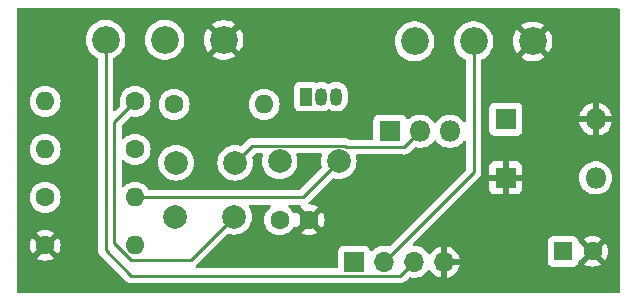
<source format=gbr>
%TF.GenerationSoftware,KiCad,Pcbnew,7.0.11+dfsg-1build4*%
%TF.CreationDate,2026-02-01T22:03:41-05:00*%
%TF.ProjectId,harmonicpercolator,6861726d-6f6e-4696-9370-6572636f6c61,rev?*%
%TF.SameCoordinates,Original*%
%TF.FileFunction,Copper,L2,Bot*%
%TF.FilePolarity,Positive*%
%FSLAX46Y46*%
G04 Gerber Fmt 4.6, Leading zero omitted, Abs format (unit mm)*
G04 Created by KiCad (PCBNEW 7.0.11+dfsg-1build4) date 2026-02-01 22:03:41*
%MOMM*%
%LPD*%
G01*
G04 APERTURE LIST*
%TA.AperFunction,ComponentPad*%
%ADD10R,1.800000X1.800000*%
%TD*%
%TA.AperFunction,ComponentPad*%
%ADD11O,1.800000X1.800000*%
%TD*%
%TA.AperFunction,ComponentPad*%
%ADD12C,1.600000*%
%TD*%
%TA.AperFunction,ComponentPad*%
%ADD13O,1.600000X1.600000*%
%TD*%
%TA.AperFunction,ComponentPad*%
%ADD14C,2.340000*%
%TD*%
%TA.AperFunction,ComponentPad*%
%ADD15C,2.000000*%
%TD*%
%TA.AperFunction,ComponentPad*%
%ADD16R,1.700000X1.700000*%
%TD*%
%TA.AperFunction,ComponentPad*%
%ADD17O,1.700000X1.700000*%
%TD*%
%TA.AperFunction,ComponentPad*%
%ADD18R,1.050000X1.500000*%
%TD*%
%TA.AperFunction,ComponentPad*%
%ADD19O,1.050000X1.500000*%
%TD*%
%TA.AperFunction,ComponentPad*%
%ADD20R,1.600000X1.600000*%
%TD*%
%TA.AperFunction,ViaPad*%
%ADD21C,0.800000*%
%TD*%
%TA.AperFunction,Conductor*%
%ADD22C,0.250000*%
%TD*%
G04 APERTURE END LIST*
D10*
%TO.P,Q1,1,E*%
%TO.N,Net-(Q1-E)*%
X131953000Y-110871000D03*
D11*
%TO.P,Q1,2,B*%
%TO.N,Net-(Q1-B)*%
X134493000Y-110871000D03*
%TO.P,Q1,3,C*%
%TO.N,Net-(Q1-C)*%
X137033000Y-110871000D03*
%TD*%
D12*
%TO.P,R4,1*%
%TO.N,GND*%
X102743000Y-120523000D03*
D13*
%TO.P,R4,2*%
%TO.N,Net-(Q1-C)*%
X110363000Y-120523000D03*
%TD*%
D14*
%TO.P,RV2,1,1*%
%TO.N,GND*%
X144018000Y-103251000D03*
%TO.P,RV2,2,2*%
%TO.N,OUT*%
X139018000Y-103251000D03*
%TO.P,RV2,3,3*%
%TO.N,Net-(D1-K)*%
X134018000Y-103251000D03*
%TD*%
D15*
%TO.P,C5,1*%
%TO.N,Net-(D1-K)*%
X122595000Y-113411000D03*
%TO.P,C5,2*%
%TO.N,Net-(Q2-C)*%
X127595000Y-113411000D03*
%TD*%
D12*
%TO.P,C1,1*%
%TO.N,Net-(C1-Pad1)*%
X122595000Y-118364000D03*
%TO.P,C1,2*%
%TO.N,GND*%
X125095000Y-118364000D03*
%TD*%
D16*
%TO.P,J1,1,Pin_1*%
%TO.N,9V*%
X128905000Y-121920000D03*
D17*
%TO.P,J1,2,Pin_2*%
%TO.N,OUT*%
X131445000Y-121920000D03*
%TO.P,J1,3,Pin_3*%
%TO.N,IN*%
X133985000Y-121920000D03*
%TO.P,J1,4,Pin_4*%
%TO.N,GND*%
X136525000Y-121920000D03*
%TD*%
D18*
%TO.P,Q2,1,E*%
%TO.N,Net-(Q1-E)*%
X124841000Y-107929000D03*
D19*
%TO.P,Q2,2,B*%
%TO.N,Net-(Q2-B)*%
X126111000Y-107929000D03*
%TO.P,Q2,3,C*%
%TO.N,Net-(Q2-C)*%
X127381000Y-107929000D03*
%TD*%
D20*
%TO.P,C4,1*%
%TO.N,Net-(Q1-E)*%
X146598000Y-121031000D03*
D12*
%TO.P,C4,2*%
%TO.N,GND*%
X149098000Y-121031000D03*
%TD*%
D15*
%TO.P,C3,1*%
%TO.N,Net-(Q1-C)*%
X113745000Y-118110000D03*
%TO.P,C3,2*%
%TO.N,Net-(Q2-B)*%
X118745000Y-118110000D03*
%TD*%
%TO.P,C2,1*%
%TO.N,Net-(C1-Pad1)*%
X113832000Y-113538000D03*
%TO.P,C2,2*%
%TO.N,Net-(Q1-B)*%
X118832000Y-113538000D03*
%TD*%
D12*
%TO.P,R2,1*%
%TO.N,Net-(Q1-B)*%
X110363000Y-112395000D03*
D13*
%TO.P,R2,2*%
%TO.N,Net-(Q1-C)*%
X102743000Y-112395000D03*
%TD*%
D12*
%TO.P,R3,1*%
%TO.N,9V*%
X102743000Y-116459000D03*
D13*
%TO.P,R3,2*%
%TO.N,Net-(Q2-C)*%
X110363000Y-116459000D03*
%TD*%
D12*
%TO.P,R1,1*%
%TO.N,Net-(Q2-B)*%
X110363000Y-108331000D03*
D13*
%TO.P,R1,2*%
%TO.N,Net-(Q2-C)*%
X102743000Y-108331000D03*
%TD*%
D10*
%TO.P,D2,1,K*%
%TO.N,GND*%
X141732000Y-114808000D03*
D11*
%TO.P,D2,2,A*%
%TO.N,Net-(D2-A)*%
X149352000Y-114808000D03*
%TD*%
D12*
%TO.P,R5,1*%
%TO.N,Net-(D2-A)*%
X113665000Y-108585000D03*
D13*
%TO.P,R5,2*%
%TO.N,Net-(D1-K)*%
X121285000Y-108585000D03*
%TD*%
D14*
%TO.P,RV1,1,1*%
%TO.N,GND*%
X117856000Y-103124000D03*
%TO.P,RV1,2,2*%
%TO.N,Net-(C1-Pad1)*%
X112856000Y-103124000D03*
%TO.P,RV1,3,3*%
%TO.N,IN*%
X107856000Y-103124000D03*
%TD*%
D10*
%TO.P,D1,1,K*%
%TO.N,Net-(D1-K)*%
X141732000Y-109855000D03*
D11*
%TO.P,D1,2,A*%
%TO.N,GND*%
X149352000Y-109855000D03*
%TD*%
D21*
%TO.N,GND*%
X129300000Y-110500000D03*
%TD*%
D22*
%TO.N,Net-(Q1-B)*%
X118832000Y-113538000D02*
X120284000Y-112086000D01*
X120284000Y-112086000D02*
X128143833Y-112086000D01*
X128143833Y-112086000D02*
X128257833Y-112200000D01*
X128257833Y-112200000D02*
X133164000Y-112200000D01*
X133164000Y-112200000D02*
X134493000Y-110871000D01*
%TO.N,Net-(Q2-B)*%
X108585000Y-110109000D02*
X108585000Y-120335991D01*
X110042009Y-121793000D02*
X115062000Y-121793000D01*
X108585000Y-120335991D02*
X110042009Y-121793000D01*
X110363000Y-108331000D02*
X108585000Y-110109000D01*
X115062000Y-121793000D02*
X118745000Y-118110000D01*
%TO.N,Net-(Q2-C)*%
X124547000Y-116459000D02*
X127595000Y-113411000D01*
X110363000Y-116459000D02*
X124547000Y-116459000D01*
%TO.N,OUT*%
X131445000Y-121920000D02*
X139018000Y-114347000D01*
X139018000Y-114347000D02*
X139018000Y-103251000D01*
%TO.N,IN*%
X110014000Y-123095000D02*
X107856000Y-120937000D01*
X133985000Y-121920000D02*
X132810000Y-123095000D01*
X107856000Y-120937000D02*
X107856000Y-103124000D01*
X132810000Y-123095000D02*
X110014000Y-123095000D01*
%TD*%
%TA.AperFunction,Conductor*%
%TO.N,GND*%
G36*
X135844904Y-111635931D02*
G01*
X135866809Y-111661210D01*
X135917686Y-111739084D01*
X135936978Y-111760040D01*
X136075780Y-111910818D01*
X136259983Y-112054190D01*
X136259985Y-112054191D01*
X136259988Y-112054193D01*
X136278901Y-112064428D01*
X136465273Y-112165287D01*
X136536557Y-112189759D01*
X136686045Y-112241079D01*
X136686047Y-112241079D01*
X136686049Y-112241080D01*
X136916288Y-112279500D01*
X136916289Y-112279500D01*
X137149711Y-112279500D01*
X137149712Y-112279500D01*
X137379951Y-112241080D01*
X137600727Y-112165287D01*
X137806017Y-112054190D01*
X137990220Y-111910818D01*
X138148314Y-111739083D01*
X138156690Y-111726261D01*
X138209836Y-111680905D01*
X138279067Y-111671480D01*
X138342403Y-111700981D01*
X138379736Y-111760040D01*
X138384500Y-111794082D01*
X138384500Y-114033232D01*
X138364815Y-114100271D01*
X138348181Y-114120913D01*
X131901990Y-120567103D01*
X131840667Y-120600588D01*
X131783872Y-120599628D01*
X131779642Y-120598557D01*
X131557569Y-120561500D01*
X131332431Y-120561500D01*
X131110362Y-120598556D01*
X130897430Y-120671656D01*
X130897419Y-120671661D01*
X130699427Y-120778808D01*
X130699422Y-120778812D01*
X130521761Y-120917092D01*
X130492469Y-120948912D01*
X130462969Y-120980958D01*
X130458548Y-120985760D01*
X130398661Y-121021750D01*
X130328823Y-121019649D01*
X130271207Y-120980124D01*
X130251138Y-120945110D01*
X130205889Y-120823796D01*
X130191361Y-120804389D01*
X130118261Y-120706739D01*
X130001204Y-120619111D01*
X129864203Y-120568011D01*
X129803654Y-120561500D01*
X129803638Y-120561500D01*
X128006362Y-120561500D01*
X128006345Y-120561500D01*
X127945797Y-120568011D01*
X127945795Y-120568011D01*
X127808795Y-120619111D01*
X127691739Y-120706739D01*
X127604111Y-120823795D01*
X127553011Y-120960795D01*
X127553011Y-120960797D01*
X127546500Y-121021345D01*
X127546500Y-122337500D01*
X127526815Y-122404539D01*
X127474011Y-122450294D01*
X127422500Y-122461500D01*
X115594661Y-122461500D01*
X115527622Y-122441815D01*
X115481867Y-122389011D01*
X115471923Y-122319853D01*
X115499115Y-122258462D01*
X115505455Y-122250798D01*
X115527360Y-122224318D01*
X115535203Y-122215699D01*
X118167333Y-119583569D01*
X118228654Y-119550086D01*
X118283957Y-119550677D01*
X118508289Y-119604535D01*
X118745000Y-119623165D01*
X118981711Y-119604535D01*
X119212594Y-119549105D01*
X119212596Y-119549104D01*
X119212597Y-119549104D01*
X119431959Y-119458242D01*
X119431960Y-119458241D01*
X119431963Y-119458240D01*
X119634416Y-119334176D01*
X119814969Y-119179969D01*
X119969176Y-118999416D01*
X120093240Y-118796963D01*
X120113039Y-118749165D01*
X120184104Y-118577597D01*
X120184104Y-118577596D01*
X120184105Y-118577594D01*
X120239535Y-118346711D01*
X120258165Y-118110000D01*
X120239535Y-117873289D01*
X120184105Y-117642406D01*
X120184104Y-117642403D01*
X120184104Y-117642402D01*
X120093242Y-117423040D01*
X120093240Y-117423037D01*
X120006377Y-117281290D01*
X119988132Y-117213845D01*
X120009248Y-117147242D01*
X120063020Y-117102628D01*
X120112104Y-117092500D01*
X121736313Y-117092500D01*
X121803352Y-117112185D01*
X121849107Y-117164989D01*
X121859051Y-117234147D01*
X121830026Y-117297703D01*
X121807437Y-117318074D01*
X121750699Y-117357802D01*
X121588806Y-117519695D01*
X121457476Y-117707252D01*
X121457475Y-117707254D01*
X121360718Y-117914750D01*
X121360714Y-117914761D01*
X121301457Y-118135910D01*
X121301456Y-118135918D01*
X121281502Y-118363998D01*
X121281502Y-118364001D01*
X121301456Y-118592081D01*
X121301457Y-118592089D01*
X121360714Y-118813238D01*
X121360718Y-118813249D01*
X121447528Y-118999413D01*
X121457477Y-119020749D01*
X121588802Y-119208300D01*
X121750700Y-119370198D01*
X121938251Y-119501523D01*
X122043665Y-119550678D01*
X122145750Y-119598281D01*
X122145752Y-119598281D01*
X122145757Y-119598284D01*
X122366913Y-119657543D01*
X122529832Y-119671796D01*
X122594998Y-119677498D01*
X122595000Y-119677498D01*
X122595002Y-119677498D01*
X122652021Y-119672509D01*
X122823087Y-119657543D01*
X123044243Y-119598284D01*
X123251749Y-119501523D01*
X123439300Y-119370198D01*
X123601198Y-119208300D01*
X123732523Y-119020749D01*
X123737305Y-119010493D01*
X123783472Y-118958054D01*
X123850665Y-118938898D01*
X123917547Y-118959110D01*
X123962067Y-119010483D01*
X123964862Y-119016477D01*
X123964863Y-119016478D01*
X124015974Y-119089472D01*
X124697046Y-118408400D01*
X124709835Y-118489148D01*
X124767359Y-118602045D01*
X124856955Y-118691641D01*
X124969852Y-118749165D01*
X125050599Y-118761953D01*
X124369526Y-119443025D01*
X124442513Y-119494132D01*
X124442521Y-119494136D01*
X124648668Y-119590264D01*
X124648682Y-119590269D01*
X124868389Y-119649139D01*
X124868400Y-119649141D01*
X125094998Y-119668966D01*
X125095002Y-119668966D01*
X125321599Y-119649141D01*
X125321610Y-119649139D01*
X125541317Y-119590269D01*
X125541331Y-119590264D01*
X125747478Y-119494136D01*
X125820471Y-119443024D01*
X125139400Y-118761953D01*
X125220148Y-118749165D01*
X125333045Y-118691641D01*
X125422641Y-118602045D01*
X125480165Y-118489148D01*
X125492953Y-118408400D01*
X126174024Y-119089471D01*
X126225136Y-119016478D01*
X126321264Y-118810331D01*
X126321269Y-118810317D01*
X126380139Y-118590610D01*
X126380141Y-118590599D01*
X126399966Y-118364002D01*
X126399966Y-118363997D01*
X126380141Y-118137400D01*
X126380139Y-118137389D01*
X126321269Y-117917682D01*
X126321264Y-117917668D01*
X126225136Y-117711521D01*
X126225132Y-117711513D01*
X126174025Y-117638526D01*
X125492953Y-118319598D01*
X125480165Y-118238852D01*
X125422641Y-118125955D01*
X125333045Y-118036359D01*
X125220148Y-117978835D01*
X125139401Y-117966046D01*
X125820472Y-117284974D01*
X125747478Y-117233863D01*
X125541331Y-117137735D01*
X125541317Y-117137730D01*
X125321610Y-117078860D01*
X125321599Y-117078858D01*
X125128059Y-117061926D01*
X125062990Y-117036474D01*
X125022011Y-116979883D01*
X125018133Y-116910121D01*
X125051183Y-116850719D01*
X127017334Y-114884569D01*
X127078655Y-114851086D01*
X127133957Y-114851677D01*
X127358289Y-114905535D01*
X127595000Y-114924165D01*
X127831711Y-114905535D01*
X128062594Y-114850105D01*
X128062596Y-114850104D01*
X128062597Y-114850104D01*
X128281959Y-114759242D01*
X128281960Y-114759241D01*
X128281963Y-114759240D01*
X128484416Y-114635176D01*
X128664969Y-114480969D01*
X128819176Y-114300416D01*
X128943240Y-114097963D01*
X128948778Y-114084595D01*
X129034104Y-113878597D01*
X129034104Y-113878596D01*
X129034105Y-113878594D01*
X129089535Y-113647711D01*
X129108165Y-113411000D01*
X129089535Y-113174289D01*
X129044438Y-112986446D01*
X129047929Y-112916665D01*
X129088593Y-112859847D01*
X129153519Y-112834034D01*
X129165012Y-112833500D01*
X133080366Y-112833500D01*
X133096113Y-112835238D01*
X133096139Y-112834968D01*
X133103905Y-112835701D01*
X133103909Y-112835702D01*
X133172017Y-112833560D01*
X133175913Y-112833500D01*
X133203858Y-112833500D01*
X133203860Y-112833499D01*
X133205262Y-112833322D01*
X133207949Y-112832983D01*
X133219608Y-112832064D01*
X133263889Y-112830673D01*
X133283481Y-112824980D01*
X133302538Y-112821032D01*
X133322797Y-112818474D01*
X133364006Y-112802157D01*
X133375043Y-112798379D01*
X133417593Y-112786018D01*
X133435165Y-112775625D01*
X133452632Y-112767068D01*
X133471617Y-112759552D01*
X133507461Y-112733508D01*
X133517230Y-112727092D01*
X133530068Y-112719500D01*
X133555362Y-112704542D01*
X133569802Y-112690100D01*
X133584592Y-112677470D01*
X133601107Y-112665472D01*
X133629359Y-112631319D01*
X133637203Y-112622699D01*
X133996606Y-112263296D01*
X134057927Y-112229813D01*
X134124545Y-112233697D01*
X134146049Y-112241080D01*
X134376288Y-112279500D01*
X134609711Y-112279500D01*
X134609712Y-112279500D01*
X134839951Y-112241080D01*
X135060727Y-112165287D01*
X135266017Y-112054190D01*
X135450220Y-111910818D01*
X135608314Y-111739083D01*
X135642810Y-111686282D01*
X135659191Y-111661210D01*
X135712337Y-111615853D01*
X135781569Y-111606429D01*
X135844904Y-111635931D01*
G37*
%TD.AperFunction*%
%TA.AperFunction,Conductor*%
G36*
X124318168Y-117112185D02*
G01*
X124363923Y-117164989D01*
X124372871Y-117227222D01*
X124374566Y-117227371D01*
X124369526Y-117284974D01*
X125050599Y-117966046D01*
X124969852Y-117978835D01*
X124856955Y-118036359D01*
X124767359Y-118125955D01*
X124709835Y-118238852D01*
X124697046Y-118319598D01*
X124015974Y-117638526D01*
X124015973Y-117638526D01*
X123964868Y-117711512D01*
X123964865Y-117711518D01*
X123962070Y-117717513D01*
X123915897Y-117769951D01*
X123848703Y-117789102D01*
X123781822Y-117768885D01*
X123737307Y-117717511D01*
X123732523Y-117707251D01*
X123601198Y-117519700D01*
X123439300Y-117357802D01*
X123382563Y-117318074D01*
X123338938Y-117263497D01*
X123331746Y-117193999D01*
X123363269Y-117131644D01*
X123423499Y-117096231D01*
X123453687Y-117092500D01*
X124251129Y-117092500D01*
X124318168Y-117112185D01*
G37*
%TD.AperFunction*%
%TA.AperFunction,Conductor*%
G36*
X151327039Y-100476685D02*
G01*
X151372794Y-100529489D01*
X151384000Y-100581000D01*
X151384000Y-124463000D01*
X151364315Y-124530039D01*
X151311511Y-124575794D01*
X151260000Y-124587000D01*
X100508362Y-124587000D01*
X100441323Y-124567315D01*
X100420681Y-124550681D01*
X100366319Y-124496319D01*
X100332834Y-124434996D01*
X100330000Y-124408638D01*
X100330000Y-120523002D01*
X101438034Y-120523002D01*
X101457858Y-120749599D01*
X101457860Y-120749610D01*
X101516730Y-120969317D01*
X101516735Y-120969331D01*
X101612863Y-121175478D01*
X101663974Y-121248472D01*
X102345046Y-120567400D01*
X102357835Y-120648148D01*
X102415359Y-120761045D01*
X102504955Y-120850641D01*
X102617852Y-120908165D01*
X102698599Y-120920953D01*
X102017526Y-121602025D01*
X102090513Y-121653132D01*
X102090521Y-121653136D01*
X102296668Y-121749264D01*
X102296682Y-121749269D01*
X102516389Y-121808139D01*
X102516400Y-121808141D01*
X102742998Y-121827966D01*
X102743002Y-121827966D01*
X102969599Y-121808141D01*
X102969610Y-121808139D01*
X103189317Y-121749269D01*
X103189331Y-121749264D01*
X103395478Y-121653136D01*
X103468471Y-121602024D01*
X102787400Y-120920953D01*
X102868148Y-120908165D01*
X102981045Y-120850641D01*
X103070641Y-120761045D01*
X103128165Y-120648148D01*
X103140953Y-120567400D01*
X103822024Y-121248471D01*
X103873136Y-121175478D01*
X103969264Y-120969331D01*
X103969269Y-120969317D01*
X104028139Y-120749610D01*
X104028141Y-120749599D01*
X104047966Y-120523002D01*
X104047966Y-120522997D01*
X104028141Y-120296400D01*
X104028139Y-120296389D01*
X103969269Y-120076682D01*
X103969264Y-120076668D01*
X103873136Y-119870521D01*
X103873132Y-119870513D01*
X103822025Y-119797526D01*
X103140953Y-120478598D01*
X103128165Y-120397852D01*
X103070641Y-120284955D01*
X102981045Y-120195359D01*
X102868148Y-120137835D01*
X102787401Y-120125046D01*
X103468472Y-119443974D01*
X103395478Y-119392863D01*
X103189331Y-119296735D01*
X103189317Y-119296730D01*
X102969610Y-119237860D01*
X102969599Y-119237858D01*
X102743002Y-119218034D01*
X102742998Y-119218034D01*
X102516400Y-119237858D01*
X102516389Y-119237860D01*
X102296682Y-119296730D01*
X102296673Y-119296734D01*
X102090516Y-119392866D01*
X102090512Y-119392868D01*
X102017526Y-119443973D01*
X102017526Y-119443974D01*
X102698599Y-120125046D01*
X102617852Y-120137835D01*
X102504955Y-120195359D01*
X102415359Y-120284955D01*
X102357835Y-120397852D01*
X102345046Y-120478598D01*
X101663974Y-119797526D01*
X101663973Y-119797526D01*
X101612868Y-119870512D01*
X101612866Y-119870516D01*
X101516734Y-120076673D01*
X101516730Y-120076682D01*
X101457860Y-120296389D01*
X101457858Y-120296400D01*
X101438034Y-120522997D01*
X101438034Y-120523002D01*
X100330000Y-120523002D01*
X100330000Y-116459001D01*
X101429502Y-116459001D01*
X101449456Y-116687081D01*
X101449457Y-116687089D01*
X101508714Y-116908238D01*
X101508718Y-116908249D01*
X101603815Y-117112185D01*
X101605477Y-117115749D01*
X101736802Y-117303300D01*
X101898700Y-117465198D01*
X102086251Y-117596523D01*
X102184644Y-117642404D01*
X102293750Y-117693281D01*
X102293752Y-117693281D01*
X102293757Y-117693284D01*
X102514913Y-117752543D01*
X102677832Y-117766796D01*
X102742998Y-117772498D01*
X102743000Y-117772498D01*
X102743002Y-117772498D01*
X102800021Y-117767509D01*
X102971087Y-117752543D01*
X103192243Y-117693284D01*
X103399749Y-117596523D01*
X103587300Y-117465198D01*
X103749198Y-117303300D01*
X103880523Y-117115749D01*
X103977284Y-116908243D01*
X104036543Y-116687087D01*
X104056498Y-116459000D01*
X104036543Y-116230913D01*
X103977284Y-116009757D01*
X103880523Y-115802251D01*
X103749198Y-115614700D01*
X103587300Y-115452802D01*
X103399749Y-115321477D01*
X103399745Y-115321475D01*
X103192249Y-115224718D01*
X103192238Y-115224714D01*
X102971089Y-115165457D01*
X102971081Y-115165456D01*
X102743002Y-115145502D01*
X102742998Y-115145502D01*
X102514918Y-115165456D01*
X102514910Y-115165457D01*
X102293761Y-115224714D01*
X102293750Y-115224718D01*
X102086254Y-115321475D01*
X102086252Y-115321476D01*
X102086251Y-115321477D01*
X101898700Y-115452802D01*
X101898698Y-115452803D01*
X101898695Y-115452806D01*
X101736806Y-115614695D01*
X101736803Y-115614698D01*
X101736802Y-115614700D01*
X101654767Y-115731856D01*
X101605476Y-115802252D01*
X101605475Y-115802254D01*
X101508718Y-116009750D01*
X101508714Y-116009761D01*
X101449457Y-116230910D01*
X101449456Y-116230918D01*
X101429502Y-116458998D01*
X101429502Y-116459001D01*
X100330000Y-116459001D01*
X100330000Y-112395001D01*
X101429502Y-112395001D01*
X101449456Y-112623081D01*
X101449457Y-112623089D01*
X101508714Y-112844238D01*
X101508718Y-112844249D01*
X101554956Y-112943406D01*
X101605477Y-113051749D01*
X101736802Y-113239300D01*
X101898700Y-113401198D01*
X102086251Y-113532523D01*
X102211091Y-113590736D01*
X102293750Y-113629281D01*
X102293752Y-113629281D01*
X102293757Y-113629284D01*
X102514913Y-113688543D01*
X102677832Y-113702796D01*
X102742998Y-113708498D01*
X102743000Y-113708498D01*
X102743002Y-113708498D01*
X102800021Y-113703509D01*
X102971087Y-113688543D01*
X103192243Y-113629284D01*
X103399749Y-113532523D01*
X103587300Y-113401198D01*
X103749198Y-113239300D01*
X103880523Y-113051749D01*
X103977284Y-112844243D01*
X104036543Y-112623087D01*
X104056498Y-112395000D01*
X104036543Y-112166913D01*
X103977284Y-111945757D01*
X103880523Y-111738251D01*
X103749198Y-111550700D01*
X103587300Y-111388802D01*
X103399749Y-111257477D01*
X103399745Y-111257475D01*
X103192249Y-111160718D01*
X103192238Y-111160714D01*
X102971089Y-111101457D01*
X102971081Y-111101456D01*
X102743002Y-111081502D01*
X102742998Y-111081502D01*
X102514918Y-111101456D01*
X102514910Y-111101457D01*
X102293761Y-111160714D01*
X102293750Y-111160718D01*
X102086254Y-111257475D01*
X102086252Y-111257476D01*
X102077649Y-111263500D01*
X101898700Y-111388802D01*
X101898698Y-111388803D01*
X101898695Y-111388806D01*
X101736806Y-111550695D01*
X101736803Y-111550698D01*
X101736802Y-111550700D01*
X101663998Y-111654674D01*
X101605476Y-111738252D01*
X101605475Y-111738254D01*
X101508718Y-111945750D01*
X101508714Y-111945761D01*
X101449457Y-112166910D01*
X101449456Y-112166918D01*
X101429502Y-112394998D01*
X101429502Y-112395001D01*
X100330000Y-112395001D01*
X100330000Y-108331001D01*
X101429502Y-108331001D01*
X101449456Y-108559081D01*
X101449457Y-108559089D01*
X101508714Y-108780238D01*
X101508718Y-108780249D01*
X101576312Y-108925204D01*
X101605477Y-108987749D01*
X101736802Y-109175300D01*
X101898700Y-109337198D01*
X102086251Y-109468523D01*
X102155727Y-109500920D01*
X102293750Y-109565281D01*
X102293752Y-109565281D01*
X102293757Y-109565284D01*
X102514913Y-109624543D01*
X102677832Y-109638796D01*
X102742998Y-109644498D01*
X102743000Y-109644498D01*
X102743002Y-109644498D01*
X102802013Y-109639335D01*
X102971087Y-109624543D01*
X103192243Y-109565284D01*
X103399749Y-109468523D01*
X103587300Y-109337198D01*
X103749198Y-109175300D01*
X103880523Y-108987749D01*
X103977284Y-108780243D01*
X104036543Y-108559087D01*
X104056498Y-108331000D01*
X104036543Y-108102913D01*
X103977284Y-107881757D01*
X103880523Y-107674251D01*
X103749198Y-107486700D01*
X103587300Y-107324802D01*
X103399749Y-107193477D01*
X103399745Y-107193475D01*
X103192249Y-107096718D01*
X103192238Y-107096714D01*
X102971089Y-107037457D01*
X102971081Y-107037456D01*
X102743002Y-107017502D01*
X102742998Y-107017502D01*
X102514918Y-107037456D01*
X102514910Y-107037457D01*
X102293761Y-107096714D01*
X102293750Y-107096718D01*
X102086254Y-107193475D01*
X102086252Y-107193476D01*
X102086251Y-107193477D01*
X101898700Y-107324802D01*
X101898698Y-107324803D01*
X101898695Y-107324806D01*
X101736806Y-107486695D01*
X101736803Y-107486698D01*
X101736802Y-107486700D01*
X101654767Y-107603856D01*
X101605476Y-107674252D01*
X101605475Y-107674254D01*
X101508718Y-107881750D01*
X101508714Y-107881761D01*
X101449457Y-108102910D01*
X101449456Y-108102918D01*
X101429502Y-108330998D01*
X101429502Y-108331001D01*
X100330000Y-108331001D01*
X100330000Y-103124004D01*
X106172793Y-103124004D01*
X106191592Y-103374866D01*
X106247570Y-103620122D01*
X106247573Y-103620134D01*
X106339483Y-103854316D01*
X106465269Y-104072184D01*
X106622122Y-104268872D01*
X106806538Y-104439984D01*
X107014397Y-104581700D01*
X107014402Y-104581702D01*
X107014403Y-104581703D01*
X107014404Y-104581704D01*
X107152301Y-104648111D01*
X107204161Y-104694933D01*
X107222500Y-104759831D01*
X107222500Y-120853366D01*
X107220761Y-120869113D01*
X107221032Y-120869139D01*
X107220298Y-120876905D01*
X107220298Y-120876908D01*
X107220298Y-120876909D01*
X107220455Y-120881891D01*
X107222439Y-120945016D01*
X107222500Y-120948912D01*
X107222500Y-120976859D01*
X107223018Y-120980958D01*
X107223934Y-120992598D01*
X107225326Y-121036889D01*
X107225327Y-121036891D01*
X107231022Y-121056495D01*
X107234967Y-121075542D01*
X107237526Y-121095797D01*
X107237527Y-121095800D01*
X107237528Y-121095804D01*
X107253838Y-121137000D01*
X107257621Y-121148049D01*
X107269981Y-121190592D01*
X107280372Y-121208162D01*
X107288932Y-121225635D01*
X107296447Y-121244617D01*
X107322491Y-121280463D01*
X107328905Y-121290227D01*
X107351458Y-121328362D01*
X107351462Y-121328366D01*
X107365889Y-121342793D01*
X107378526Y-121357588D01*
X107390528Y-121374107D01*
X107403155Y-121384553D01*
X107424668Y-121402350D01*
X107433309Y-121410213D01*
X109506912Y-123483817D01*
X109516819Y-123496182D01*
X109517029Y-123496009D01*
X109522000Y-123502018D01*
X109547890Y-123526330D01*
X109571665Y-123548655D01*
X109574468Y-123551372D01*
X109594227Y-123571133D01*
X109594232Y-123571137D01*
X109597513Y-123573683D01*
X109606382Y-123581258D01*
X109638680Y-123611587D01*
X109656562Y-123621417D01*
X109672829Y-123632102D01*
X109688960Y-123644615D01*
X109709157Y-123653354D01*
X109729625Y-123662210D01*
X109740104Y-123667344D01*
X109778940Y-123688695D01*
X109798716Y-123693772D01*
X109817123Y-123700074D01*
X109835855Y-123708181D01*
X109879630Y-123715113D01*
X109891045Y-123717478D01*
X109933970Y-123728500D01*
X109954384Y-123728500D01*
X109973783Y-123730027D01*
X109993943Y-123733220D01*
X110038057Y-123729050D01*
X110049726Y-123728500D01*
X132726366Y-123728500D01*
X132742113Y-123730238D01*
X132742139Y-123729968D01*
X132749905Y-123730701D01*
X132749909Y-123730702D01*
X132818017Y-123728560D01*
X132821913Y-123728500D01*
X132849858Y-123728500D01*
X132849860Y-123728499D01*
X132851262Y-123728322D01*
X132853949Y-123727983D01*
X132865608Y-123727064D01*
X132909889Y-123725673D01*
X132929481Y-123719980D01*
X132948538Y-123716032D01*
X132968797Y-123713474D01*
X133010006Y-123697157D01*
X133021043Y-123693379D01*
X133063593Y-123681018D01*
X133081165Y-123670625D01*
X133098632Y-123662068D01*
X133117617Y-123654552D01*
X133153461Y-123628508D01*
X133163230Y-123622092D01*
X133201362Y-123599542D01*
X133215802Y-123585100D01*
X133230592Y-123572470D01*
X133247107Y-123560472D01*
X133275359Y-123526319D01*
X133283203Y-123517699D01*
X133528009Y-123272893D01*
X133589330Y-123239410D01*
X133646143Y-123240374D01*
X133650356Y-123241441D01*
X133650365Y-123241444D01*
X133872431Y-123278500D01*
X134097569Y-123278500D01*
X134319635Y-123241444D01*
X134532574Y-123168342D01*
X134730576Y-123061189D01*
X134908240Y-122922906D01*
X135029594Y-122791082D01*
X135060715Y-122757276D01*
X135060715Y-122757275D01*
X135060722Y-122757268D01*
X135154749Y-122613347D01*
X135207894Y-122567994D01*
X135277125Y-122558570D01*
X135340461Y-122588072D01*
X135360130Y-122610048D01*
X135486890Y-122791078D01*
X135653917Y-122958105D01*
X135847421Y-123093600D01*
X136061507Y-123193429D01*
X136061516Y-123193433D01*
X136275000Y-123250634D01*
X136275000Y-122355501D01*
X136382685Y-122404680D01*
X136489237Y-122420000D01*
X136560763Y-122420000D01*
X136667315Y-122404680D01*
X136775000Y-122355501D01*
X136775000Y-123250633D01*
X136988483Y-123193433D01*
X136988492Y-123193429D01*
X137202578Y-123093600D01*
X137396082Y-122958105D01*
X137563105Y-122791082D01*
X137698600Y-122597578D01*
X137798429Y-122383492D01*
X137798432Y-122383486D01*
X137855636Y-122170000D01*
X136958686Y-122170000D01*
X136984493Y-122129844D01*
X137025000Y-121991889D01*
X137025000Y-121879654D01*
X145289500Y-121879654D01*
X145296011Y-121940202D01*
X145296011Y-121940204D01*
X145347111Y-122077204D01*
X145434739Y-122194261D01*
X145551796Y-122281889D01*
X145688799Y-122332989D01*
X145716050Y-122335918D01*
X145749345Y-122339499D01*
X145749362Y-122339500D01*
X147446638Y-122339500D01*
X147446654Y-122339499D01*
X147473692Y-122336591D01*
X147507201Y-122332989D01*
X147644204Y-122281889D01*
X147761261Y-122194261D01*
X147848889Y-122077204D01*
X147899989Y-121940201D01*
X147903591Y-121906692D01*
X147906499Y-121879654D01*
X147906677Y-121876331D01*
X147906855Y-121876340D01*
X147906856Y-121876335D01*
X147906959Y-121876346D01*
X147908128Y-121876408D01*
X147926185Y-121814915D01*
X147978989Y-121769160D01*
X148011967Y-121763479D01*
X148700046Y-121075400D01*
X148712835Y-121156148D01*
X148770359Y-121269045D01*
X148859955Y-121358641D01*
X148972852Y-121416165D01*
X149053599Y-121428953D01*
X148372526Y-122110025D01*
X148445513Y-122161132D01*
X148445521Y-122161136D01*
X148651668Y-122257264D01*
X148651682Y-122257269D01*
X148871389Y-122316139D01*
X148871400Y-122316141D01*
X149097998Y-122335966D01*
X149098002Y-122335966D01*
X149324599Y-122316141D01*
X149324610Y-122316139D01*
X149544317Y-122257269D01*
X149544331Y-122257264D01*
X149750478Y-122161136D01*
X149823471Y-122110024D01*
X149142400Y-121428953D01*
X149223148Y-121416165D01*
X149336045Y-121358641D01*
X149425641Y-121269045D01*
X149483165Y-121156148D01*
X149495953Y-121075400D01*
X150177024Y-121756471D01*
X150228136Y-121683478D01*
X150324264Y-121477331D01*
X150324269Y-121477317D01*
X150383139Y-121257610D01*
X150383141Y-121257599D01*
X150402966Y-121031002D01*
X150402966Y-121030997D01*
X150383141Y-120804400D01*
X150383139Y-120804389D01*
X150324269Y-120584682D01*
X150324264Y-120584668D01*
X150228136Y-120378521D01*
X150228132Y-120378513D01*
X150177025Y-120305526D01*
X149495953Y-120986598D01*
X149483165Y-120905852D01*
X149425641Y-120792955D01*
X149336045Y-120703359D01*
X149223148Y-120645835D01*
X149142401Y-120633046D01*
X149823472Y-119951974D01*
X149750478Y-119900863D01*
X149544331Y-119804735D01*
X149544317Y-119804730D01*
X149324610Y-119745860D01*
X149324599Y-119745858D01*
X149098002Y-119726034D01*
X149097998Y-119726034D01*
X148871400Y-119745858D01*
X148871389Y-119745860D01*
X148651682Y-119804730D01*
X148651673Y-119804734D01*
X148445516Y-119900866D01*
X148445512Y-119900868D01*
X148372526Y-119951973D01*
X148372526Y-119951974D01*
X149053599Y-120633046D01*
X148972852Y-120645835D01*
X148859955Y-120703359D01*
X148770359Y-120792955D01*
X148712835Y-120905852D01*
X148700046Y-120986598D01*
X148010910Y-120297463D01*
X147972805Y-120289804D01*
X147922623Y-120241188D01*
X147907965Y-120185600D01*
X147906959Y-120185653D01*
X147906856Y-120185665D01*
X147906855Y-120185659D01*
X147906677Y-120185669D01*
X147906499Y-120182345D01*
X147901713Y-120137835D01*
X147899989Y-120121799D01*
X147882067Y-120073750D01*
X147877522Y-120061564D01*
X147848889Y-119984796D01*
X147761261Y-119867739D01*
X147644204Y-119780111D01*
X147507203Y-119729011D01*
X147446654Y-119722500D01*
X147446638Y-119722500D01*
X145749362Y-119722500D01*
X145749345Y-119722500D01*
X145688797Y-119729011D01*
X145688795Y-119729011D01*
X145551795Y-119780111D01*
X145434739Y-119867739D01*
X145347111Y-119984795D01*
X145296011Y-120121795D01*
X145296011Y-120121797D01*
X145289500Y-120182345D01*
X145289500Y-121879654D01*
X137025000Y-121879654D01*
X137025000Y-121848111D01*
X136984493Y-121710156D01*
X136958686Y-121670000D01*
X137855636Y-121670000D01*
X137855635Y-121669999D01*
X137798432Y-121456513D01*
X137798429Y-121456507D01*
X137698600Y-121242422D01*
X137698599Y-121242420D01*
X137563113Y-121048926D01*
X137563108Y-121048920D01*
X137396082Y-120881894D01*
X137202578Y-120746399D01*
X136988492Y-120646570D01*
X136988486Y-120646567D01*
X136775000Y-120589364D01*
X136775000Y-121484498D01*
X136667315Y-121435320D01*
X136560763Y-121420000D01*
X136489237Y-121420000D01*
X136382685Y-121435320D01*
X136275000Y-121484498D01*
X136275000Y-120589364D01*
X136274999Y-120589364D01*
X136061513Y-120646567D01*
X136061507Y-120646570D01*
X135847422Y-120746399D01*
X135847420Y-120746400D01*
X135653926Y-120881886D01*
X135653920Y-120881891D01*
X135486891Y-121048920D01*
X135486890Y-121048922D01*
X135360131Y-121229952D01*
X135305554Y-121273577D01*
X135236055Y-121280769D01*
X135173701Y-121249247D01*
X135154752Y-121226656D01*
X135060722Y-121082732D01*
X135060715Y-121082725D01*
X135060715Y-121082723D01*
X134908243Y-120917097D01*
X134908238Y-120917092D01*
X134730577Y-120778812D01*
X134730572Y-120778808D01*
X134532580Y-120671661D01*
X134532577Y-120671659D01*
X134532574Y-120671658D01*
X134532571Y-120671657D01*
X134532569Y-120671656D01*
X134319637Y-120598556D01*
X134097569Y-120561500D01*
X133998765Y-120561500D01*
X133931726Y-120541815D01*
X133885971Y-120489011D01*
X133876027Y-120419853D01*
X133905052Y-120356297D01*
X133911084Y-120349819D01*
X136622377Y-117638526D01*
X138505058Y-115755844D01*
X140332000Y-115755844D01*
X140338401Y-115815372D01*
X140338403Y-115815379D01*
X140388645Y-115950086D01*
X140388649Y-115950093D01*
X140474809Y-116065187D01*
X140474812Y-116065190D01*
X140589906Y-116151350D01*
X140589913Y-116151354D01*
X140724620Y-116201596D01*
X140724627Y-116201598D01*
X140784155Y-116207999D01*
X140784172Y-116208000D01*
X141482000Y-116208000D01*
X141482000Y-115182189D01*
X141534547Y-115218016D01*
X141664173Y-115258000D01*
X141765724Y-115258000D01*
X141866138Y-115242865D01*
X141982000Y-115187068D01*
X141982000Y-116208000D01*
X142679828Y-116208000D01*
X142679844Y-116207999D01*
X142739372Y-116201598D01*
X142739379Y-116201596D01*
X142874086Y-116151354D01*
X142874093Y-116151350D01*
X142989187Y-116065190D01*
X142989190Y-116065187D01*
X143075350Y-115950093D01*
X143075354Y-115950086D01*
X143125596Y-115815379D01*
X143125598Y-115815372D01*
X143131999Y-115755844D01*
X143132000Y-115755827D01*
X143132000Y-115058000D01*
X142107278Y-115058000D01*
X142155625Y-114974260D01*
X142185810Y-114842008D01*
X142183262Y-114808005D01*
X147938673Y-114808005D01*
X147957948Y-115040622D01*
X148015251Y-115266907D01*
X148109015Y-115480668D01*
X148236686Y-115676084D01*
X148394776Y-115847814D01*
X148394780Y-115847818D01*
X148578983Y-115991190D01*
X148578985Y-115991191D01*
X148578988Y-115991193D01*
X148613279Y-116009750D01*
X148784273Y-116102287D01*
X148898914Y-116141643D01*
X149005045Y-116178079D01*
X149005047Y-116178079D01*
X149005049Y-116178080D01*
X149235288Y-116216500D01*
X149235289Y-116216500D01*
X149468711Y-116216500D01*
X149468712Y-116216500D01*
X149698951Y-116178080D01*
X149919727Y-116102287D01*
X150125017Y-115991190D01*
X150309220Y-115847818D01*
X150467314Y-115676083D01*
X150594984Y-115480669D01*
X150688749Y-115266907D01*
X150746051Y-115040626D01*
X150762509Y-114842008D01*
X150765327Y-114808005D01*
X150765327Y-114807994D01*
X150751007Y-114635179D01*
X150746051Y-114575374D01*
X150688749Y-114349093D01*
X150594984Y-114135331D01*
X150510225Y-114005597D01*
X150467313Y-113939915D01*
X150309223Y-113768185D01*
X150309222Y-113768184D01*
X150309220Y-113768182D01*
X150125017Y-113624810D01*
X150125015Y-113624809D01*
X150125014Y-113624808D01*
X150125011Y-113624806D01*
X149919733Y-113513716D01*
X149919730Y-113513715D01*
X149919727Y-113513713D01*
X149919721Y-113513711D01*
X149919719Y-113513710D01*
X149698954Y-113437920D01*
X149519650Y-113408000D01*
X149468712Y-113399500D01*
X149235288Y-113399500D01*
X149189240Y-113407184D01*
X149005045Y-113437920D01*
X148784280Y-113513710D01*
X148784266Y-113513716D01*
X148578988Y-113624806D01*
X148578985Y-113624808D01*
X148394781Y-113768181D01*
X148394776Y-113768185D01*
X148236686Y-113939915D01*
X148109015Y-114135331D01*
X148015251Y-114349092D01*
X147957948Y-114575377D01*
X147938673Y-114807994D01*
X147938673Y-114808005D01*
X142183262Y-114808005D01*
X142175673Y-114706735D01*
X142126113Y-114580459D01*
X142108203Y-114558000D01*
X143132000Y-114558000D01*
X143132000Y-113860172D01*
X143131999Y-113860155D01*
X143125598Y-113800627D01*
X143125596Y-113800620D01*
X143075354Y-113665913D01*
X143075350Y-113665906D01*
X142989190Y-113550812D01*
X142989187Y-113550809D01*
X142874093Y-113464649D01*
X142874086Y-113464645D01*
X142739379Y-113414403D01*
X142739372Y-113414401D01*
X142679844Y-113408000D01*
X141982000Y-113408000D01*
X141982000Y-114433810D01*
X141929453Y-114397984D01*
X141799827Y-114358000D01*
X141698276Y-114358000D01*
X141597862Y-114373135D01*
X141482000Y-114428931D01*
X141482000Y-113408000D01*
X140784155Y-113408000D01*
X140724627Y-113414401D01*
X140724620Y-113414403D01*
X140589913Y-113464645D01*
X140589906Y-113464649D01*
X140474812Y-113550809D01*
X140474809Y-113550812D01*
X140388649Y-113665906D01*
X140388645Y-113665913D01*
X140338403Y-113800620D01*
X140338401Y-113800627D01*
X140332000Y-113860155D01*
X140332000Y-114558000D01*
X141356722Y-114558000D01*
X141308375Y-114641740D01*
X141278190Y-114773992D01*
X141288327Y-114909265D01*
X141337887Y-115035541D01*
X141355797Y-115058000D01*
X140332000Y-115058000D01*
X140332000Y-115755844D01*
X138505058Y-115755844D01*
X139406815Y-114854087D01*
X139419180Y-114844183D01*
X139419006Y-114843973D01*
X139425009Y-114839005D01*
X139425018Y-114839000D01*
X139471677Y-114789311D01*
X139474356Y-114786546D01*
X139494134Y-114766770D01*
X139496660Y-114763512D01*
X139504246Y-114754629D01*
X139534586Y-114722321D01*
X139544423Y-114704424D01*
X139555097Y-114688174D01*
X139567613Y-114672041D01*
X139585207Y-114631380D01*
X139590341Y-114620900D01*
X139611695Y-114582060D01*
X139616774Y-114562274D01*
X139623072Y-114543882D01*
X139631181Y-114525145D01*
X139638113Y-114481372D01*
X139640478Y-114469953D01*
X139651500Y-114427030D01*
X139651500Y-114406615D01*
X139653027Y-114387214D01*
X139655257Y-114373135D01*
X139656220Y-114367057D01*
X139652050Y-114322942D01*
X139651500Y-114311273D01*
X139651500Y-110803654D01*
X140323500Y-110803654D01*
X140330011Y-110864202D01*
X140330011Y-110864204D01*
X140381111Y-111001204D01*
X140468739Y-111118261D01*
X140585796Y-111205889D01*
X140722799Y-111256989D01*
X140750050Y-111259918D01*
X140783345Y-111263499D01*
X140783362Y-111263500D01*
X142680638Y-111263500D01*
X142680654Y-111263499D01*
X142707692Y-111260591D01*
X142741201Y-111256989D01*
X142878204Y-111205889D01*
X142995261Y-111118261D01*
X143082889Y-111001204D01*
X143133989Y-110864201D01*
X143137591Y-110830692D01*
X143140499Y-110803654D01*
X143140500Y-110803637D01*
X143140500Y-110105000D01*
X147971117Y-110105000D01*
X148023317Y-110311135D01*
X148116516Y-110523609D01*
X148243414Y-110717842D01*
X148400558Y-110888545D01*
X148400562Y-110888548D01*
X148583644Y-111031047D01*
X148583648Y-111031050D01*
X148787697Y-111141476D01*
X148787706Y-111141479D01*
X149007139Y-111216811D01*
X149101999Y-111232640D01*
X149102000Y-111232639D01*
X149102000Y-110229189D01*
X149154547Y-110265016D01*
X149284173Y-110305000D01*
X149385724Y-110305000D01*
X149486138Y-110289865D01*
X149602000Y-110234068D01*
X149602000Y-111232640D01*
X149696860Y-111216811D01*
X149916293Y-111141479D01*
X149916302Y-111141476D01*
X150120351Y-111031050D01*
X150120355Y-111031047D01*
X150303437Y-110888548D01*
X150303441Y-110888545D01*
X150460585Y-110717842D01*
X150587483Y-110523609D01*
X150680682Y-110311135D01*
X150732883Y-110105000D01*
X149727278Y-110105000D01*
X149775625Y-110021260D01*
X149805810Y-109889008D01*
X149795673Y-109753735D01*
X149746113Y-109627459D01*
X149728203Y-109605000D01*
X150732883Y-109605000D01*
X150680682Y-109398864D01*
X150587483Y-109186390D01*
X150460585Y-108992157D01*
X150303441Y-108821454D01*
X150303437Y-108821451D01*
X150120355Y-108678952D01*
X150120351Y-108678949D01*
X149916302Y-108568523D01*
X149916293Y-108568520D01*
X149696861Y-108493188D01*
X149602000Y-108477359D01*
X149602000Y-109480810D01*
X149549453Y-109444984D01*
X149419827Y-109405000D01*
X149318276Y-109405000D01*
X149217862Y-109420135D01*
X149102000Y-109475931D01*
X149102000Y-108477359D01*
X149101999Y-108477359D01*
X149007138Y-108493188D01*
X148787706Y-108568520D01*
X148787697Y-108568523D01*
X148583648Y-108678949D01*
X148583644Y-108678952D01*
X148400562Y-108821451D01*
X148400558Y-108821454D01*
X148243414Y-108992157D01*
X148116516Y-109186390D01*
X148023317Y-109398864D01*
X147971117Y-109605000D01*
X148976722Y-109605000D01*
X148928375Y-109688740D01*
X148898190Y-109820992D01*
X148908327Y-109956265D01*
X148957887Y-110082541D01*
X148975797Y-110105000D01*
X147971117Y-110105000D01*
X143140500Y-110105000D01*
X143140500Y-108906362D01*
X143140499Y-108906345D01*
X143137157Y-108875270D01*
X143133989Y-108845799D01*
X143082889Y-108708796D01*
X142995261Y-108591739D01*
X142878204Y-108504111D01*
X142848919Y-108493188D01*
X142741203Y-108453011D01*
X142680654Y-108446500D01*
X142680638Y-108446500D01*
X140783362Y-108446500D01*
X140783345Y-108446500D01*
X140722797Y-108453011D01*
X140722795Y-108453011D01*
X140585795Y-108504111D01*
X140468739Y-108591739D01*
X140381111Y-108708795D01*
X140330011Y-108845795D01*
X140330011Y-108845797D01*
X140323500Y-108906345D01*
X140323500Y-110803654D01*
X139651500Y-110803654D01*
X139651500Y-104886831D01*
X139671185Y-104819792D01*
X139721699Y-104775111D01*
X139742683Y-104765006D01*
X139859604Y-104708700D01*
X140067462Y-104566984D01*
X140251878Y-104395872D01*
X140408731Y-104199184D01*
X140534517Y-103981316D01*
X140626427Y-103747134D01*
X140682407Y-103501869D01*
X140692007Y-103373766D01*
X140701207Y-103251004D01*
X142343317Y-103251004D01*
X142362021Y-103500597D01*
X142362021Y-103500599D01*
X142417714Y-103744607D01*
X142417720Y-103744626D01*
X142509163Y-103977618D01*
X142634311Y-104194381D01*
X142634318Y-104194392D01*
X142672799Y-104242645D01*
X142672800Y-104242645D01*
X143415452Y-103499993D01*
X143425188Y-103529956D01*
X143513186Y-103668619D01*
X143632903Y-103781040D01*
X143767510Y-103855041D01*
X143026403Y-104596148D01*
X143180658Y-104701317D01*
X143180666Y-104701322D01*
X143406167Y-104809916D01*
X143406165Y-104809916D01*
X143645346Y-104883694D01*
X143645352Y-104883696D01*
X143892843Y-104920999D01*
X143892852Y-104921000D01*
X144143148Y-104921000D01*
X144143156Y-104920999D01*
X144390647Y-104883696D01*
X144390653Y-104883694D01*
X144629833Y-104809916D01*
X144855334Y-104701322D01*
X144855344Y-104701315D01*
X145009595Y-104596148D01*
X144265534Y-103852086D01*
X144333629Y-103825126D01*
X144466492Y-103728595D01*
X144571175Y-103602055D01*
X144619631Y-103499079D01*
X145363197Y-104242645D01*
X145363198Y-104242644D01*
X145401690Y-104194379D01*
X145526836Y-103977618D01*
X145618279Y-103744626D01*
X145618285Y-103744607D01*
X145673978Y-103500599D01*
X145673978Y-103500597D01*
X145692683Y-103251004D01*
X145692683Y-103250995D01*
X145673978Y-103001402D01*
X145673978Y-103001400D01*
X145618285Y-102757392D01*
X145618279Y-102757373D01*
X145526836Y-102524381D01*
X145401688Y-102307618D01*
X145401681Y-102307607D01*
X145363199Y-102259354D01*
X145363198Y-102259353D01*
X144620546Y-103002004D01*
X144610812Y-102972044D01*
X144522814Y-102833381D01*
X144403097Y-102720960D01*
X144268488Y-102646957D01*
X145009595Y-101905850D01*
X144855335Y-101800678D01*
X144855334Y-101800677D01*
X144629832Y-101692083D01*
X144629834Y-101692083D01*
X144390653Y-101618305D01*
X144390647Y-101618303D01*
X144143156Y-101581000D01*
X143892843Y-101581000D01*
X143645352Y-101618303D01*
X143645346Y-101618305D01*
X143406166Y-101692083D01*
X143180664Y-101800679D01*
X143180651Y-101800686D01*
X143026403Y-101905849D01*
X143770466Y-102649912D01*
X143702371Y-102676874D01*
X143569508Y-102773405D01*
X143464825Y-102899945D01*
X143416367Y-103002921D01*
X142672800Y-102259354D01*
X142634311Y-102307617D01*
X142509163Y-102524381D01*
X142417720Y-102757373D01*
X142417714Y-102757392D01*
X142362021Y-103001400D01*
X142362021Y-103001402D01*
X142343317Y-103250995D01*
X142343317Y-103251004D01*
X140701207Y-103251004D01*
X140701207Y-103250995D01*
X140682407Y-103000133D01*
X140675996Y-102972044D01*
X140626427Y-102754866D01*
X140534517Y-102520684D01*
X140408731Y-102302816D01*
X140251878Y-102106128D01*
X140067462Y-101935016D01*
X139870425Y-101800678D01*
X139859607Y-101793302D01*
X139859596Y-101793295D01*
X139632947Y-101684148D01*
X139632949Y-101684148D01*
X139392550Y-101609995D01*
X139392544Y-101609993D01*
X139143793Y-101572500D01*
X139143786Y-101572500D01*
X138892214Y-101572500D01*
X138892206Y-101572500D01*
X138643455Y-101609993D01*
X138643449Y-101609995D01*
X138403054Y-101684147D01*
X138176401Y-101793297D01*
X137968537Y-101935016D01*
X137784123Y-102106126D01*
X137784122Y-102106128D01*
X137627269Y-102302816D01*
X137501483Y-102520683D01*
X137409575Y-102754860D01*
X137409570Y-102754877D01*
X137353592Y-103000133D01*
X137334793Y-103250995D01*
X137334793Y-103251004D01*
X137353592Y-103501866D01*
X137409570Y-103747122D01*
X137409573Y-103747134D01*
X137501483Y-103981316D01*
X137627269Y-104199184D01*
X137784122Y-104395872D01*
X137968538Y-104566984D01*
X138176397Y-104708700D01*
X138176402Y-104708702D01*
X138176403Y-104708703D01*
X138176404Y-104708704D01*
X138314301Y-104775111D01*
X138366161Y-104821933D01*
X138384500Y-104886831D01*
X138384500Y-109947917D01*
X138364815Y-110014956D01*
X138312011Y-110060711D01*
X138242853Y-110070655D01*
X138179297Y-110041630D01*
X138156692Y-110015739D01*
X138148316Y-110002919D01*
X138148313Y-110002916D01*
X137990223Y-109831185D01*
X137990222Y-109831184D01*
X137990220Y-109831182D01*
X137806017Y-109687810D01*
X137806015Y-109687809D01*
X137806014Y-109687808D01*
X137806011Y-109687806D01*
X137600733Y-109576716D01*
X137600730Y-109576715D01*
X137600727Y-109576713D01*
X137600721Y-109576711D01*
X137600719Y-109576710D01*
X137379954Y-109500920D01*
X137185806Y-109468523D01*
X137149712Y-109462500D01*
X136916288Y-109462500D01*
X136880194Y-109468523D01*
X136686045Y-109500920D01*
X136465280Y-109576710D01*
X136465266Y-109576716D01*
X136259988Y-109687806D01*
X136259985Y-109687808D01*
X136075781Y-109831181D01*
X136075776Y-109831185D01*
X135917686Y-110002916D01*
X135917684Y-110002918D01*
X135866808Y-110080790D01*
X135813662Y-110126146D01*
X135744431Y-110135570D01*
X135681095Y-110106068D01*
X135659192Y-110080790D01*
X135608315Y-110002918D01*
X135608313Y-110002916D01*
X135450223Y-109831185D01*
X135450222Y-109831184D01*
X135450220Y-109831182D01*
X135266017Y-109687810D01*
X135266015Y-109687809D01*
X135266014Y-109687808D01*
X135266011Y-109687806D01*
X135060733Y-109576716D01*
X135060730Y-109576715D01*
X135060727Y-109576713D01*
X135060721Y-109576711D01*
X135060719Y-109576710D01*
X134839954Y-109500920D01*
X134645806Y-109468523D01*
X134609712Y-109462500D01*
X134376288Y-109462500D01*
X134340194Y-109468523D01*
X134146045Y-109500920D01*
X133925280Y-109576710D01*
X133925266Y-109576716D01*
X133719988Y-109687806D01*
X133719985Y-109687808D01*
X133535781Y-109831181D01*
X133532010Y-109834653D01*
X133531290Y-109833871D01*
X133475899Y-109867147D01*
X133406061Y-109865034D01*
X133348452Y-109825500D01*
X133328397Y-109790503D01*
X133314683Y-109753735D01*
X133303889Y-109724796D01*
X133216261Y-109607739D01*
X133099204Y-109520111D01*
X132962203Y-109469011D01*
X132901654Y-109462500D01*
X132901638Y-109462500D01*
X131004362Y-109462500D01*
X131004345Y-109462500D01*
X130943797Y-109469011D01*
X130943795Y-109469011D01*
X130806795Y-109520111D01*
X130689739Y-109607739D01*
X130602111Y-109724795D01*
X130551011Y-109861795D01*
X130551011Y-109861797D01*
X130544500Y-109922345D01*
X130544500Y-111442500D01*
X130524815Y-111509539D01*
X130472011Y-111555294D01*
X130420500Y-111566500D01*
X128550152Y-111566500D01*
X128483113Y-111546815D01*
X128474153Y-111540481D01*
X128468871Y-111536384D01*
X128428208Y-111518788D01*
X128417718Y-111513649D01*
X128378893Y-111492305D01*
X128378889Y-111492304D01*
X128359120Y-111487228D01*
X128340714Y-111480926D01*
X128321977Y-111472818D01*
X128321978Y-111472818D01*
X128278216Y-111465887D01*
X128266780Y-111463519D01*
X128252026Y-111459731D01*
X128223865Y-111452500D01*
X128223863Y-111452500D01*
X128203449Y-111452500D01*
X128184050Y-111450973D01*
X128163891Y-111447780D01*
X128163890Y-111447780D01*
X128119776Y-111451950D01*
X128108107Y-111452500D01*
X120367634Y-111452500D01*
X120351886Y-111450761D01*
X120351861Y-111451032D01*
X120344094Y-111450298D01*
X120344091Y-111450298D01*
X120275983Y-111452439D01*
X120272087Y-111452500D01*
X120244136Y-111452500D01*
X120240040Y-111453018D01*
X120228402Y-111453934D01*
X120184111Y-111455326D01*
X120184108Y-111455327D01*
X120164505Y-111461022D01*
X120145459Y-111464966D01*
X120125203Y-111467526D01*
X120125201Y-111467526D01*
X120125199Y-111467527D01*
X120083998Y-111483839D01*
X120072951Y-111487621D01*
X120030406Y-111499982D01*
X120012831Y-111510375D01*
X119995373Y-111518928D01*
X119976383Y-111526448D01*
X119940535Y-111552492D01*
X119930776Y-111558902D01*
X119892637Y-111581457D01*
X119878201Y-111595894D01*
X119863415Y-111608523D01*
X119846893Y-111620528D01*
X119846891Y-111620529D01*
X119846891Y-111620530D01*
X119846888Y-111620533D01*
X119818642Y-111654674D01*
X119810783Y-111663311D01*
X119409666Y-112064428D01*
X119348343Y-112097913D01*
X119293038Y-112097321D01*
X119068713Y-112043465D01*
X118832000Y-112024835D01*
X118595285Y-112043465D01*
X118364404Y-112098895D01*
X118364402Y-112098895D01*
X118145040Y-112189757D01*
X118145037Y-112189759D01*
X117942589Y-112313820D01*
X117942586Y-112313821D01*
X117762031Y-112468031D01*
X117607821Y-112648586D01*
X117607820Y-112648589D01*
X117483759Y-112851037D01*
X117483757Y-112851040D01*
X117392895Y-113070402D01*
X117392895Y-113070404D01*
X117337465Y-113301285D01*
X117318835Y-113538000D01*
X117337465Y-113774714D01*
X117392895Y-114005595D01*
X117392895Y-114005597D01*
X117483757Y-114224959D01*
X117483759Y-114224962D01*
X117607820Y-114427410D01*
X117607821Y-114427413D01*
X117607824Y-114427416D01*
X117762031Y-114607969D01*
X117864959Y-114695878D01*
X117942586Y-114762178D01*
X117942588Y-114762178D01*
X118017352Y-114807994D01*
X118145037Y-114886240D01*
X118145040Y-114886242D01*
X118364403Y-114977104D01*
X118364404Y-114977104D01*
X118364406Y-114977105D01*
X118595289Y-115032535D01*
X118832000Y-115051165D01*
X119068711Y-115032535D01*
X119299594Y-114977105D01*
X119299596Y-114977104D01*
X119299597Y-114977104D01*
X119518959Y-114886242D01*
X119518960Y-114886241D01*
X119518963Y-114886240D01*
X119721416Y-114762176D01*
X119901969Y-114607969D01*
X120056176Y-114427416D01*
X120180240Y-114224963D01*
X120232847Y-114097959D01*
X120271104Y-114005597D01*
X120271104Y-114005596D01*
X120271105Y-114005594D01*
X120326535Y-113774711D01*
X120345165Y-113538000D01*
X120326535Y-113301289D01*
X120272678Y-113076958D01*
X120276169Y-113007178D01*
X120305567Y-112960336D01*
X120510087Y-112755816D01*
X120571409Y-112722334D01*
X120597767Y-112719500D01*
X121063061Y-112719500D01*
X121130100Y-112739185D01*
X121175855Y-112791989D01*
X121185799Y-112861147D01*
X121177623Y-112890948D01*
X121159664Y-112934306D01*
X121155894Y-112943408D01*
X121100465Y-113174285D01*
X121081835Y-113411000D01*
X121100465Y-113647714D01*
X121155895Y-113878595D01*
X121155895Y-113878597D01*
X121246757Y-114097959D01*
X121246759Y-114097962D01*
X121370820Y-114300410D01*
X121370821Y-114300413D01*
X121385094Y-114317124D01*
X121525031Y-114480969D01*
X121641519Y-114580459D01*
X121705586Y-114635178D01*
X121705588Y-114635178D01*
X121765734Y-114672036D01*
X121908037Y-114759240D01*
X121908040Y-114759242D01*
X122127403Y-114850104D01*
X122127404Y-114850104D01*
X122127406Y-114850105D01*
X122358289Y-114905535D01*
X122595000Y-114924165D01*
X122831711Y-114905535D01*
X123062594Y-114850105D01*
X123062596Y-114850104D01*
X123062597Y-114850104D01*
X123281959Y-114759242D01*
X123281960Y-114759241D01*
X123281963Y-114759240D01*
X123484416Y-114635176D01*
X123664969Y-114480969D01*
X123819176Y-114300416D01*
X123943240Y-114097963D01*
X123948778Y-114084595D01*
X124034104Y-113878597D01*
X124034104Y-113878596D01*
X124034105Y-113878594D01*
X124089535Y-113647711D01*
X124108165Y-113411000D01*
X124089535Y-113174289D01*
X124034105Y-112943406D01*
X124012377Y-112890951D01*
X124004909Y-112821484D01*
X124036183Y-112759005D01*
X124096272Y-112723352D01*
X124126939Y-112719500D01*
X126063061Y-112719500D01*
X126130100Y-112739185D01*
X126175855Y-112791989D01*
X126185799Y-112861147D01*
X126177623Y-112890948D01*
X126159664Y-112934306D01*
X126155894Y-112943408D01*
X126100465Y-113174285D01*
X126081835Y-113411000D01*
X126100465Y-113647713D01*
X126154321Y-113872038D01*
X126150830Y-113941820D01*
X126121428Y-113988666D01*
X124320914Y-115789181D01*
X124259591Y-115822666D01*
X124233233Y-115825500D01*
X111581352Y-115825500D01*
X111514313Y-115805815D01*
X111479779Y-115772626D01*
X111369198Y-115614700D01*
X111207300Y-115452802D01*
X111019749Y-115321477D01*
X111019745Y-115321475D01*
X110812249Y-115224718D01*
X110812238Y-115224714D01*
X110591089Y-115165457D01*
X110591081Y-115165456D01*
X110363002Y-115145502D01*
X110362998Y-115145502D01*
X110134918Y-115165456D01*
X110134910Y-115165457D01*
X109913761Y-115224714D01*
X109913750Y-115224718D01*
X109706254Y-115321475D01*
X109706252Y-115321476D01*
X109706251Y-115321477D01*
X109518700Y-115452802D01*
X109518698Y-115452803D01*
X109518695Y-115452806D01*
X109430181Y-115541321D01*
X109368858Y-115574806D01*
X109299166Y-115569822D01*
X109243233Y-115527950D01*
X109218816Y-115462486D01*
X109218500Y-115453640D01*
X109218500Y-113400360D01*
X109238185Y-113333321D01*
X109290989Y-113287566D01*
X109360147Y-113277622D01*
X109423703Y-113306647D01*
X109430181Y-113312679D01*
X109518700Y-113401198D01*
X109706251Y-113532523D01*
X109831091Y-113590736D01*
X109913750Y-113629281D01*
X109913752Y-113629281D01*
X109913757Y-113629284D01*
X110134913Y-113688543D01*
X110297832Y-113702796D01*
X110362998Y-113708498D01*
X110363000Y-113708498D01*
X110363002Y-113708498D01*
X110420021Y-113703509D01*
X110591087Y-113688543D01*
X110812243Y-113629284D01*
X111008003Y-113538000D01*
X112318835Y-113538000D01*
X112337465Y-113774714D01*
X112392895Y-114005595D01*
X112392895Y-114005597D01*
X112483757Y-114224959D01*
X112483759Y-114224962D01*
X112607820Y-114427410D01*
X112607821Y-114427413D01*
X112607824Y-114427416D01*
X112762031Y-114607969D01*
X112864959Y-114695878D01*
X112942586Y-114762178D01*
X112942588Y-114762178D01*
X113017352Y-114807994D01*
X113145037Y-114886240D01*
X113145040Y-114886242D01*
X113364403Y-114977104D01*
X113364404Y-114977104D01*
X113364406Y-114977105D01*
X113595289Y-115032535D01*
X113832000Y-115051165D01*
X114068711Y-115032535D01*
X114299594Y-114977105D01*
X114299596Y-114977104D01*
X114299597Y-114977104D01*
X114518959Y-114886242D01*
X114518960Y-114886241D01*
X114518963Y-114886240D01*
X114721416Y-114762176D01*
X114901969Y-114607969D01*
X115056176Y-114427416D01*
X115180240Y-114224963D01*
X115232847Y-114097959D01*
X115271104Y-114005597D01*
X115271104Y-114005596D01*
X115271105Y-114005594D01*
X115326535Y-113774711D01*
X115345165Y-113538000D01*
X115326535Y-113301289D01*
X115271105Y-113070406D01*
X115271104Y-113070403D01*
X115271104Y-113070402D01*
X115180242Y-112851040D01*
X115180240Y-112851037D01*
X115099634Y-112719500D01*
X115056178Y-112648588D01*
X115056178Y-112648586D01*
X115021340Y-112607797D01*
X114901969Y-112468031D01*
X114782596Y-112366076D01*
X114721413Y-112313821D01*
X114721410Y-112313820D01*
X114518962Y-112189759D01*
X114518959Y-112189757D01*
X114299596Y-112098895D01*
X114068714Y-112043465D01*
X113832000Y-112024835D01*
X113595285Y-112043465D01*
X113364404Y-112098895D01*
X113364402Y-112098895D01*
X113145040Y-112189757D01*
X113145037Y-112189759D01*
X112942589Y-112313820D01*
X112942586Y-112313821D01*
X112762031Y-112468031D01*
X112607821Y-112648586D01*
X112607820Y-112648589D01*
X112483759Y-112851037D01*
X112483757Y-112851040D01*
X112392895Y-113070402D01*
X112392895Y-113070404D01*
X112337465Y-113301285D01*
X112318835Y-113538000D01*
X111008003Y-113538000D01*
X111019749Y-113532523D01*
X111207300Y-113401198D01*
X111369198Y-113239300D01*
X111500523Y-113051749D01*
X111597284Y-112844243D01*
X111656543Y-112623087D01*
X111676498Y-112395000D01*
X111656543Y-112166913D01*
X111597284Y-111945757D01*
X111500523Y-111738251D01*
X111369198Y-111550700D01*
X111207300Y-111388802D01*
X111019749Y-111257477D01*
X111019745Y-111257475D01*
X110812249Y-111160718D01*
X110812238Y-111160714D01*
X110591089Y-111101457D01*
X110591081Y-111101456D01*
X110363002Y-111081502D01*
X110362998Y-111081502D01*
X110134918Y-111101456D01*
X110134910Y-111101457D01*
X109913761Y-111160714D01*
X109913750Y-111160718D01*
X109706254Y-111257475D01*
X109706252Y-111257476D01*
X109697649Y-111263500D01*
X109518700Y-111388802D01*
X109518698Y-111388803D01*
X109518695Y-111388806D01*
X109430181Y-111477321D01*
X109368858Y-111510806D01*
X109299166Y-111505822D01*
X109243233Y-111463950D01*
X109218816Y-111398486D01*
X109218500Y-111389640D01*
X109218500Y-110422765D01*
X109238185Y-110355726D01*
X109254815Y-110335088D01*
X109950569Y-109639333D01*
X110011890Y-109605850D01*
X110070341Y-109607241D01*
X110072200Y-109607739D01*
X110134913Y-109624543D01*
X110297832Y-109638796D01*
X110362998Y-109644498D01*
X110363000Y-109644498D01*
X110363002Y-109644498D01*
X110422013Y-109639335D01*
X110591087Y-109624543D01*
X110812243Y-109565284D01*
X111019749Y-109468523D01*
X111207300Y-109337198D01*
X111369198Y-109175300D01*
X111500523Y-108987749D01*
X111597284Y-108780243D01*
X111649599Y-108585001D01*
X112351502Y-108585001D01*
X112371456Y-108813081D01*
X112371457Y-108813089D01*
X112430714Y-109034238D01*
X112430718Y-109034249D01*
X112496493Y-109175304D01*
X112527477Y-109241749D01*
X112658802Y-109429300D01*
X112820700Y-109591198D01*
X113008251Y-109722523D01*
X113075186Y-109753735D01*
X113215750Y-109819281D01*
X113215752Y-109819281D01*
X113215757Y-109819284D01*
X113436913Y-109878543D01*
X113599832Y-109892796D01*
X113664998Y-109898498D01*
X113665000Y-109898498D01*
X113665002Y-109898498D01*
X113722021Y-109893509D01*
X113893087Y-109878543D01*
X114114243Y-109819284D01*
X114321749Y-109722523D01*
X114509300Y-109591198D01*
X114671198Y-109429300D01*
X114802523Y-109241749D01*
X114899284Y-109034243D01*
X114958543Y-108813087D01*
X114978498Y-108585001D01*
X119971502Y-108585001D01*
X119991456Y-108813081D01*
X119991457Y-108813089D01*
X120050714Y-109034238D01*
X120050718Y-109034249D01*
X120116493Y-109175304D01*
X120147477Y-109241749D01*
X120278802Y-109429300D01*
X120440700Y-109591198D01*
X120628251Y-109722523D01*
X120695186Y-109753735D01*
X120835750Y-109819281D01*
X120835752Y-109819281D01*
X120835757Y-109819284D01*
X121056913Y-109878543D01*
X121219832Y-109892796D01*
X121284998Y-109898498D01*
X121285000Y-109898498D01*
X121285002Y-109898498D01*
X121342021Y-109893509D01*
X121513087Y-109878543D01*
X121734243Y-109819284D01*
X121941749Y-109722523D01*
X122129300Y-109591198D01*
X122291198Y-109429300D01*
X122422523Y-109241749D01*
X122519284Y-109034243D01*
X122578543Y-108813087D01*
X122586017Y-108727654D01*
X123807500Y-108727654D01*
X123814011Y-108788202D01*
X123814011Y-108788204D01*
X123835493Y-108845797D01*
X123865111Y-108925204D01*
X123952739Y-109042261D01*
X124069796Y-109129889D01*
X124184163Y-109172546D01*
X124206793Y-109180987D01*
X124206799Y-109180989D01*
X124234050Y-109183918D01*
X124267345Y-109187499D01*
X124267362Y-109187500D01*
X125414638Y-109187500D01*
X125414654Y-109187499D01*
X125441692Y-109184591D01*
X125475201Y-109180989D01*
X125475205Y-109180987D01*
X125475207Y-109180987D01*
X125612199Y-109129891D01*
X125612199Y-109129890D01*
X125612204Y-109129889D01*
X125612207Y-109129886D01*
X125619989Y-109125638D01*
X125621519Y-109128440D01*
X125672255Y-109109503D01*
X125717121Y-109114523D01*
X125908399Y-109172546D01*
X125908398Y-109172546D01*
X125926563Y-109174335D01*
X126111000Y-109192501D01*
X126313601Y-109172546D01*
X126508417Y-109113450D01*
X126687549Y-109017701D01*
X126755949Y-109003460D01*
X126804448Y-109017700D01*
X126952645Y-109096913D01*
X126983575Y-109113446D01*
X126983583Y-109113450D01*
X127178399Y-109172546D01*
X127178398Y-109172546D01*
X127196563Y-109174335D01*
X127381000Y-109192501D01*
X127583601Y-109172546D01*
X127778417Y-109113450D01*
X127957960Y-109017482D01*
X128115331Y-108888331D01*
X128170218Y-108821451D01*
X128244483Y-108730959D01*
X128244485Y-108730954D01*
X128246249Y-108727654D01*
X128340450Y-108551417D01*
X128399546Y-108356601D01*
X128414500Y-108204775D01*
X128414500Y-107653225D01*
X128399546Y-107501399D01*
X128340450Y-107306583D01*
X128332365Y-107291457D01*
X128244483Y-107127041D01*
X128244480Y-107127037D01*
X128115331Y-106969668D01*
X127957961Y-106840519D01*
X127957954Y-106840514D01*
X127778424Y-106744553D01*
X127778421Y-106744552D01*
X127778420Y-106744551D01*
X127778417Y-106744550D01*
X127583601Y-106685454D01*
X127583599Y-106685453D01*
X127583601Y-106685453D01*
X127381000Y-106665499D01*
X127178400Y-106685453D01*
X127063374Y-106720345D01*
X126983583Y-106744550D01*
X126983580Y-106744551D01*
X126983578Y-106744552D01*
X126983575Y-106744553D01*
X126804453Y-106840296D01*
X126736050Y-106854538D01*
X126687547Y-106840296D01*
X126508424Y-106744553D01*
X126508421Y-106744552D01*
X126508420Y-106744551D01*
X126508417Y-106744550D01*
X126313601Y-106685454D01*
X126313599Y-106685453D01*
X126313601Y-106685453D01*
X126111000Y-106665499D01*
X125908400Y-106685453D01*
X125717126Y-106743475D01*
X125647259Y-106744098D01*
X125620745Y-106730975D01*
X125619988Y-106732362D01*
X125612209Y-106728115D01*
X125612204Y-106728111D01*
X125557758Y-106707803D01*
X125475203Y-106677011D01*
X125414654Y-106670500D01*
X125414638Y-106670500D01*
X124267362Y-106670500D01*
X124267345Y-106670500D01*
X124206797Y-106677011D01*
X124206795Y-106677011D01*
X124069795Y-106728111D01*
X123952739Y-106815739D01*
X123865111Y-106932795D01*
X123814011Y-107069795D01*
X123814011Y-107069797D01*
X123807500Y-107130345D01*
X123807500Y-108727654D01*
X122586017Y-108727654D01*
X122598498Y-108585000D01*
X122597056Y-108568523D01*
X122591421Y-108504111D01*
X122578543Y-108356913D01*
X122519284Y-108135757D01*
X122422523Y-107928251D01*
X122291198Y-107740700D01*
X122129300Y-107578802D01*
X121941749Y-107447477D01*
X121941745Y-107447475D01*
X121734249Y-107350718D01*
X121734238Y-107350714D01*
X121513089Y-107291457D01*
X121513081Y-107291456D01*
X121285002Y-107271502D01*
X121284998Y-107271502D01*
X121056918Y-107291456D01*
X121056910Y-107291457D01*
X120835761Y-107350714D01*
X120835750Y-107350718D01*
X120628254Y-107447475D01*
X120628252Y-107447476D01*
X120628251Y-107447477D01*
X120440700Y-107578802D01*
X120440698Y-107578803D01*
X120440695Y-107578806D01*
X120278806Y-107740695D01*
X120147476Y-107928252D01*
X120147475Y-107928254D01*
X120050718Y-108135750D01*
X120050714Y-108135761D01*
X119991457Y-108356910D01*
X119991456Y-108356918D01*
X119971502Y-108584998D01*
X119971502Y-108585001D01*
X114978498Y-108585001D01*
X114978498Y-108585000D01*
X114977056Y-108568523D01*
X114971421Y-108504111D01*
X114958543Y-108356913D01*
X114899284Y-108135757D01*
X114802523Y-107928251D01*
X114671198Y-107740700D01*
X114509300Y-107578802D01*
X114321749Y-107447477D01*
X114321745Y-107447475D01*
X114114249Y-107350718D01*
X114114238Y-107350714D01*
X113893089Y-107291457D01*
X113893081Y-107291456D01*
X113665002Y-107271502D01*
X113664998Y-107271502D01*
X113436918Y-107291456D01*
X113436910Y-107291457D01*
X113215761Y-107350714D01*
X113215750Y-107350718D01*
X113008254Y-107447475D01*
X113008252Y-107447476D01*
X113008251Y-107447477D01*
X112820700Y-107578802D01*
X112820698Y-107578803D01*
X112820695Y-107578806D01*
X112658806Y-107740695D01*
X112527476Y-107928252D01*
X112527475Y-107928254D01*
X112430718Y-108135750D01*
X112430714Y-108135761D01*
X112371457Y-108356910D01*
X112371456Y-108356918D01*
X112351502Y-108584998D01*
X112351502Y-108585001D01*
X111649599Y-108585001D01*
X111656543Y-108559087D01*
X111676498Y-108331000D01*
X111656543Y-108102913D01*
X111597284Y-107881757D01*
X111500523Y-107674251D01*
X111369198Y-107486700D01*
X111207300Y-107324802D01*
X111019749Y-107193477D01*
X111019745Y-107193475D01*
X110812249Y-107096718D01*
X110812238Y-107096714D01*
X110591089Y-107037457D01*
X110591081Y-107037456D01*
X110363002Y-107017502D01*
X110362998Y-107017502D01*
X110134918Y-107037456D01*
X110134910Y-107037457D01*
X109913761Y-107096714D01*
X109913750Y-107096718D01*
X109706254Y-107193475D01*
X109706252Y-107193476D01*
X109706251Y-107193477D01*
X109518700Y-107324802D01*
X109518698Y-107324803D01*
X109518695Y-107324806D01*
X109356806Y-107486695D01*
X109356803Y-107486698D01*
X109356802Y-107486700D01*
X109274767Y-107603856D01*
X109225476Y-107674252D01*
X109225475Y-107674254D01*
X109128718Y-107881750D01*
X109128714Y-107881761D01*
X109069457Y-108102910D01*
X109069456Y-108102918D01*
X109049502Y-108330998D01*
X109049502Y-108331001D01*
X109069456Y-108559081D01*
X109069458Y-108559091D01*
X109086758Y-108623655D01*
X109085095Y-108693504D01*
X109054664Y-108743429D01*
X108701181Y-109096913D01*
X108639858Y-109130398D01*
X108570167Y-109125414D01*
X108514233Y-109083543D01*
X108489816Y-109018078D01*
X108489500Y-109009232D01*
X108489500Y-104759831D01*
X108509185Y-104692792D01*
X108559699Y-104648111D01*
X108697596Y-104581704D01*
X108697596Y-104581703D01*
X108697604Y-104581700D01*
X108905462Y-104439984D01*
X109089878Y-104268872D01*
X109246731Y-104072184D01*
X109372517Y-103854316D01*
X109464427Y-103620134D01*
X109520407Y-103374869D01*
X109539207Y-103124004D01*
X111172793Y-103124004D01*
X111191592Y-103374866D01*
X111247570Y-103620122D01*
X111247573Y-103620134D01*
X111339483Y-103854316D01*
X111465269Y-104072184D01*
X111622122Y-104268872D01*
X111806538Y-104439984D01*
X112014397Y-104581700D01*
X112241055Y-104690853D01*
X112481451Y-104765005D01*
X112481452Y-104765005D01*
X112481455Y-104765006D01*
X112730206Y-104802499D01*
X112730211Y-104802499D01*
X112730214Y-104802500D01*
X112730215Y-104802500D01*
X112981785Y-104802500D01*
X112981786Y-104802500D01*
X113038180Y-104794000D01*
X113230544Y-104765006D01*
X113230545Y-104765005D01*
X113230549Y-104765005D01*
X113470945Y-104690853D01*
X113697604Y-104581700D01*
X113905462Y-104439984D01*
X114089878Y-104268872D01*
X114246731Y-104072184D01*
X114372517Y-103854316D01*
X114464427Y-103620134D01*
X114520407Y-103374869D01*
X114539207Y-103124004D01*
X116181317Y-103124004D01*
X116200021Y-103373597D01*
X116200021Y-103373599D01*
X116255714Y-103617607D01*
X116255720Y-103617626D01*
X116347163Y-103850618D01*
X116472311Y-104067381D01*
X116472318Y-104067392D01*
X116510799Y-104115645D01*
X116510800Y-104115645D01*
X117253452Y-103372993D01*
X117263188Y-103402956D01*
X117351186Y-103541619D01*
X117470903Y-103654040D01*
X117605510Y-103728041D01*
X116864403Y-104469148D01*
X117018658Y-104574317D01*
X117018666Y-104574322D01*
X117244167Y-104682916D01*
X117244165Y-104682916D01*
X117483346Y-104756694D01*
X117483352Y-104756696D01*
X117730843Y-104793999D01*
X117730852Y-104794000D01*
X117981148Y-104794000D01*
X117981156Y-104793999D01*
X118228647Y-104756696D01*
X118228653Y-104756694D01*
X118467833Y-104682916D01*
X118693334Y-104574322D01*
X118693344Y-104574315D01*
X118847595Y-104469148D01*
X118103534Y-103725086D01*
X118171629Y-103698126D01*
X118304492Y-103601595D01*
X118409175Y-103475055D01*
X118457631Y-103372079D01*
X119201197Y-104115645D01*
X119201198Y-104115644D01*
X119239690Y-104067379D01*
X119364836Y-103850618D01*
X119456279Y-103617626D01*
X119456285Y-103617607D01*
X119511978Y-103373599D01*
X119511978Y-103373597D01*
X119521165Y-103251004D01*
X132334793Y-103251004D01*
X132353592Y-103501866D01*
X132409570Y-103747122D01*
X132409573Y-103747134D01*
X132501483Y-103981316D01*
X132627269Y-104199184D01*
X132784122Y-104395872D01*
X132968538Y-104566984D01*
X133176397Y-104708700D01*
X133403055Y-104817853D01*
X133643451Y-104892005D01*
X133643452Y-104892005D01*
X133643455Y-104892006D01*
X133892206Y-104929499D01*
X133892211Y-104929499D01*
X133892214Y-104929500D01*
X133892215Y-104929500D01*
X134143785Y-104929500D01*
X134143786Y-104929500D01*
X134200180Y-104921000D01*
X134392544Y-104892006D01*
X134392545Y-104892005D01*
X134392549Y-104892005D01*
X134632945Y-104817853D01*
X134859604Y-104708700D01*
X135067462Y-104566984D01*
X135251878Y-104395872D01*
X135408731Y-104199184D01*
X135534517Y-103981316D01*
X135626427Y-103747134D01*
X135682407Y-103501869D01*
X135692007Y-103373766D01*
X135701207Y-103251004D01*
X135701207Y-103250995D01*
X135682407Y-103000133D01*
X135675996Y-102972044D01*
X135626427Y-102754866D01*
X135534517Y-102520684D01*
X135408731Y-102302816D01*
X135251878Y-102106128D01*
X135067462Y-101935016D01*
X134870425Y-101800678D01*
X134859607Y-101793302D01*
X134859596Y-101793295D01*
X134632947Y-101684148D01*
X134632949Y-101684148D01*
X134392550Y-101609995D01*
X134392544Y-101609993D01*
X134143793Y-101572500D01*
X134143786Y-101572500D01*
X133892214Y-101572500D01*
X133892206Y-101572500D01*
X133643455Y-101609993D01*
X133643449Y-101609995D01*
X133403054Y-101684147D01*
X133176401Y-101793297D01*
X132968537Y-101935016D01*
X132784123Y-102106126D01*
X132784122Y-102106128D01*
X132627269Y-102302816D01*
X132501483Y-102520683D01*
X132409575Y-102754860D01*
X132409570Y-102754877D01*
X132353592Y-103000133D01*
X132334793Y-103250995D01*
X132334793Y-103251004D01*
X119521165Y-103251004D01*
X119530683Y-103124004D01*
X119530683Y-103123995D01*
X119511978Y-102874402D01*
X119511978Y-102874400D01*
X119456285Y-102630392D01*
X119456279Y-102630373D01*
X119364836Y-102397381D01*
X119239688Y-102180618D01*
X119239681Y-102180607D01*
X119201199Y-102132354D01*
X119201198Y-102132353D01*
X118458546Y-102875004D01*
X118448812Y-102845044D01*
X118360814Y-102706381D01*
X118241097Y-102593960D01*
X118106488Y-102519957D01*
X118847595Y-101778850D01*
X118693335Y-101673678D01*
X118693334Y-101673677D01*
X118467832Y-101565083D01*
X118467834Y-101565083D01*
X118228653Y-101491305D01*
X118228647Y-101491303D01*
X117981156Y-101454000D01*
X117730843Y-101454000D01*
X117483352Y-101491303D01*
X117483346Y-101491305D01*
X117244166Y-101565083D01*
X117018664Y-101673679D01*
X117018651Y-101673686D01*
X116864403Y-101778849D01*
X117608466Y-102522912D01*
X117540371Y-102549874D01*
X117407508Y-102646405D01*
X117302825Y-102772945D01*
X117254367Y-102875921D01*
X116510800Y-102132354D01*
X116472311Y-102180617D01*
X116347163Y-102397381D01*
X116255720Y-102630373D01*
X116255714Y-102630392D01*
X116200021Y-102874400D01*
X116200021Y-102874402D01*
X116181317Y-103123995D01*
X116181317Y-103124004D01*
X114539207Y-103124004D01*
X114539207Y-103124000D01*
X114533552Y-103048543D01*
X114520407Y-102873133D01*
X114497540Y-102772945D01*
X114464427Y-102627866D01*
X114372517Y-102393684D01*
X114246731Y-102175816D01*
X114089878Y-101979128D01*
X113905462Y-101808016D01*
X113894699Y-101800678D01*
X113697607Y-101666302D01*
X113697596Y-101666295D01*
X113470947Y-101557148D01*
X113470949Y-101557148D01*
X113230550Y-101482995D01*
X113230544Y-101482993D01*
X112981793Y-101445500D01*
X112981786Y-101445500D01*
X112730214Y-101445500D01*
X112730206Y-101445500D01*
X112481455Y-101482993D01*
X112481449Y-101482995D01*
X112241054Y-101557147D01*
X112014401Y-101666297D01*
X111806537Y-101808016D01*
X111622123Y-101979126D01*
X111622122Y-101979128D01*
X111465269Y-102175816D01*
X111339483Y-102393683D01*
X111247575Y-102627860D01*
X111247570Y-102627877D01*
X111191592Y-102873133D01*
X111172793Y-103123995D01*
X111172793Y-103124004D01*
X109539207Y-103124004D01*
X109539207Y-103124000D01*
X109533552Y-103048543D01*
X109520407Y-102873133D01*
X109497540Y-102772945D01*
X109464427Y-102627866D01*
X109372517Y-102393684D01*
X109246731Y-102175816D01*
X109089878Y-101979128D01*
X108905462Y-101808016D01*
X108894699Y-101800678D01*
X108697607Y-101666302D01*
X108697596Y-101666295D01*
X108470947Y-101557148D01*
X108470949Y-101557148D01*
X108230550Y-101482995D01*
X108230544Y-101482993D01*
X107981793Y-101445500D01*
X107981786Y-101445500D01*
X107730214Y-101445500D01*
X107730206Y-101445500D01*
X107481455Y-101482993D01*
X107481449Y-101482995D01*
X107241054Y-101557147D01*
X107014401Y-101666297D01*
X106806537Y-101808016D01*
X106622123Y-101979126D01*
X106622122Y-101979128D01*
X106465269Y-102175816D01*
X106339483Y-102393683D01*
X106247575Y-102627860D01*
X106247570Y-102627877D01*
X106191592Y-102873133D01*
X106172793Y-103123995D01*
X106172793Y-103124004D01*
X100330000Y-103124004D01*
X100330000Y-100581000D01*
X100349685Y-100513961D01*
X100402489Y-100468206D01*
X100454000Y-100457000D01*
X151260000Y-100457000D01*
X151327039Y-100476685D01*
G37*
%TD.AperFunction*%
%TD*%
M02*

</source>
